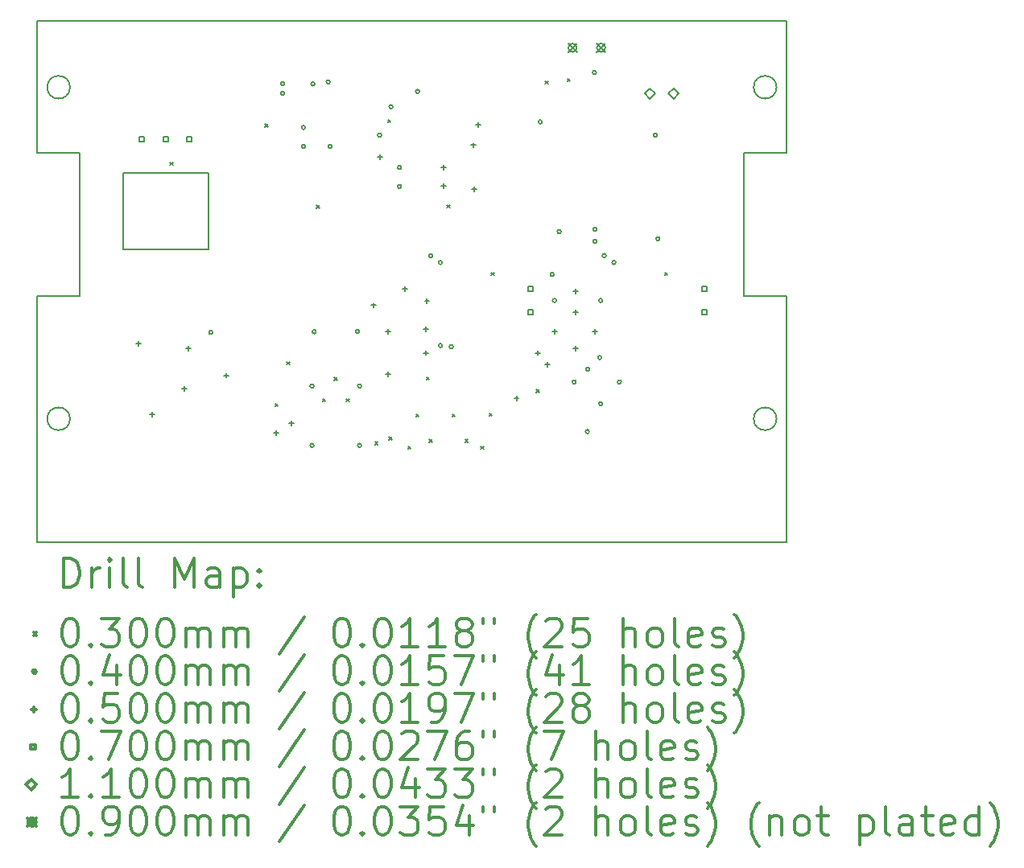
<source format=gbr>
%FSLAX45Y45*%
G04 Gerber Fmt 4.5, Leading zero omitted, Abs format (unit mm)*
G04 Created by KiCad (PCBNEW (5.1.10)-1) date 2022-02-06 01:46:55*
%MOMM*%
%LPD*%
G01*
G04 APERTURE LIST*
%TA.AperFunction,Profile*%
%ADD10C,0.200000*%
%TD*%
%ADD11C,0.200000*%
%ADD12C,0.300000*%
G04 APERTURE END LIST*
D10*
X-2140000Y1140000D02*
X-2140000Y340000D01*
X-3040000Y1140000D02*
X-2140000Y1140000D01*
X-3040000Y340000D02*
X-3040000Y1140000D01*
X-2140000Y340000D02*
X-3040000Y340000D01*
X-3595000Y-1445000D02*
G75*
G03*
X-3595000Y-1445000I-120000J0D01*
G01*
X-3595000Y2045000D02*
G75*
G03*
X-3595000Y2045000I-120000J0D01*
G01*
X3835000Y-1445000D02*
G75*
G03*
X3835000Y-1445000I-120000J0D01*
G01*
X3835000Y2045000D02*
G75*
G03*
X3835000Y2045000I-120000J0D01*
G01*
X3940000Y2740000D02*
X-3940000Y2740000D01*
X3940000Y1350000D02*
X3940000Y2740000D01*
X3490000Y1350000D02*
X3940000Y1350000D01*
X3490000Y-150000D02*
X3490000Y1350000D01*
X3940000Y-150000D02*
X3490000Y-150000D01*
X3940000Y-2740000D02*
X3940000Y-150000D01*
X-3940000Y-2740000D02*
X3940000Y-2740000D01*
X-3940000Y-150000D02*
X-3940000Y-2740000D01*
X-3490000Y-150000D02*
X-3940000Y-150000D01*
X-3490000Y1350000D02*
X-3490000Y-150000D01*
X-3940000Y1350000D02*
X-3490000Y1350000D01*
X-3940000Y2740000D02*
X-3940000Y1350000D01*
D11*
X-2545000Y1255000D02*
X-2515000Y1225000D01*
X-2515000Y1255000D02*
X-2545000Y1225000D01*
X-1545000Y1655000D02*
X-1515000Y1625000D01*
X-1515000Y1655000D02*
X-1545000Y1625000D01*
X-1440000Y-1285000D02*
X-1410000Y-1315000D01*
X-1410000Y-1285000D02*
X-1440000Y-1315000D01*
X-1315000Y-845000D02*
X-1285000Y-875000D01*
X-1285000Y-845000D02*
X-1315000Y-875000D01*
X-1000000Y800000D02*
X-970000Y770000D01*
X-970000Y800000D02*
X-1000000Y770000D01*
X-940000Y-1235000D02*
X-910000Y-1265000D01*
X-910000Y-1235000D02*
X-940000Y-1265000D01*
X-815000Y-1010000D02*
X-785000Y-1040000D01*
X-785000Y-1010000D02*
X-815000Y-1040000D01*
X-690000Y-1235000D02*
X-660000Y-1265000D01*
X-660000Y-1235000D02*
X-690000Y-1265000D01*
X-390000Y-1685000D02*
X-360000Y-1715000D01*
X-360000Y-1685000D02*
X-390000Y-1715000D01*
X-252500Y1705000D02*
X-222500Y1675000D01*
X-222500Y1705000D02*
X-252500Y1675000D01*
X-240000Y-1635000D02*
X-210000Y-1665000D01*
X-210000Y-1635000D02*
X-240000Y-1665000D01*
X-40000Y-1735000D02*
X-10000Y-1765000D01*
X-10000Y-1735000D02*
X-40000Y-1765000D01*
X45000Y-1395000D02*
X75000Y-1425000D01*
X75000Y-1395000D02*
X45000Y-1425000D01*
X155001Y-1004999D02*
X185001Y-1034999D01*
X185001Y-1004999D02*
X155001Y-1034999D01*
X185000Y-1660000D02*
X215000Y-1690000D01*
X215000Y-1660000D02*
X185000Y-1690000D01*
X367500Y805000D02*
X397500Y775000D01*
X397500Y805000D02*
X367500Y775000D01*
X425000Y-1395000D02*
X455000Y-1425000D01*
X455000Y-1395000D02*
X425000Y-1425000D01*
X560000Y-1660000D02*
X590000Y-1690000D01*
X590000Y-1660000D02*
X560000Y-1690000D01*
X725000Y-1735000D02*
X755000Y-1765000D01*
X755000Y-1735000D02*
X725000Y-1765000D01*
X815000Y-1385000D02*
X845000Y-1415000D01*
X845000Y-1385000D02*
X815000Y-1415000D01*
X835000Y95000D02*
X865000Y65000D01*
X865000Y95000D02*
X835000Y65000D01*
X1310000Y-1135000D02*
X1340000Y-1165000D01*
X1340000Y-1135000D02*
X1310000Y-1165000D01*
X1402000Y2109000D02*
X1432000Y2079000D01*
X1432000Y2109000D02*
X1402000Y2079000D01*
X1635000Y2135000D02*
X1665000Y2105000D01*
X1665000Y2135000D02*
X1635000Y2105000D01*
X2660000Y95000D02*
X2690000Y65000D01*
X2690000Y95000D02*
X2660000Y65000D01*
X-2095000Y-535000D02*
G75*
G03*
X-2095000Y-535000I-20000J0D01*
G01*
X-1340000Y2080000D02*
G75*
G03*
X-1340000Y2080000I-20000J0D01*
G01*
X-1340000Y1980000D02*
G75*
G03*
X-1340000Y1980000I-20000J0D01*
G01*
X-1120000Y1620000D02*
G75*
G03*
X-1120000Y1620000I-20000J0D01*
G01*
X-1120000Y1420000D02*
G75*
G03*
X-1120000Y1420000I-20000J0D01*
G01*
X-1030000Y-1100000D02*
G75*
G03*
X-1030000Y-1100000I-20000J0D01*
G01*
X-1030000Y-1725000D02*
G75*
G03*
X-1030000Y-1725000I-20000J0D01*
G01*
X-1020000Y2080000D02*
G75*
G03*
X-1020000Y2080000I-20000J0D01*
G01*
X-1007500Y-527500D02*
G75*
G03*
X-1007500Y-527500I-20000J0D01*
G01*
X-860000Y2100000D02*
G75*
G03*
X-860000Y2100000I-20000J0D01*
G01*
X-840000Y1420000D02*
G75*
G03*
X-840000Y1420000I-20000J0D01*
G01*
X-552500Y-527500D02*
G75*
G03*
X-552500Y-527500I-20000J0D01*
G01*
X-530000Y-1100000D02*
G75*
G03*
X-530000Y-1100000I-20000J0D01*
G01*
X-530000Y-1725000D02*
G75*
G03*
X-530000Y-1725000I-20000J0D01*
G01*
X-320000Y1540000D02*
G75*
G03*
X-320000Y1540000I-20000J0D01*
G01*
X-200000Y1840000D02*
G75*
G03*
X-200000Y1840000I-20000J0D01*
G01*
X-110000Y1200000D02*
G75*
G03*
X-110000Y1200000I-20000J0D01*
G01*
X-110000Y1000000D02*
G75*
G03*
X-110000Y1000000I-20000J0D01*
G01*
X80000Y2000000D02*
G75*
G03*
X80000Y2000000I-20000J0D01*
G01*
X217500Y272500D02*
G75*
G03*
X217500Y272500I-20000J0D01*
G01*
X320000Y200000D02*
G75*
G03*
X320000Y200000I-20000J0D01*
G01*
X320000Y-675000D02*
G75*
G03*
X320000Y-675000I-20000J0D01*
G01*
X434511Y-686980D02*
G75*
G03*
X434511Y-686980I-20000J0D01*
G01*
X1370000Y1680000D02*
G75*
G03*
X1370000Y1680000I-20000J0D01*
G01*
X1495000Y75000D02*
G75*
G03*
X1495000Y75000I-20000J0D01*
G01*
X1520000Y-200000D02*
G75*
G03*
X1520000Y-200000I-20000J0D01*
G01*
X1570000Y525000D02*
G75*
G03*
X1570000Y525000I-20000J0D01*
G01*
X1727500Y-1057500D02*
G75*
G03*
X1727500Y-1057500I-20000J0D01*
G01*
X1865500Y-1579500D02*
G75*
G03*
X1865500Y-1579500I-20000J0D01*
G01*
X1870000Y-925000D02*
G75*
G03*
X1870000Y-925000I-20000J0D01*
G01*
X1940000Y2200000D02*
G75*
G03*
X1940000Y2200000I-20000J0D01*
G01*
X1945000Y550000D02*
G75*
G03*
X1945000Y550000I-20000J0D01*
G01*
X1945000Y425000D02*
G75*
G03*
X1945000Y425000I-20000J0D01*
G01*
X1995000Y-800000D02*
G75*
G03*
X1995000Y-800000I-20000J0D01*
G01*
X2005000Y-200000D02*
G75*
G03*
X2005000Y-200000I-20000J0D01*
G01*
X2005000Y-1285000D02*
G75*
G03*
X2005000Y-1285000I-20000J0D01*
G01*
X2042500Y272500D02*
G75*
G03*
X2042500Y272500I-20000J0D01*
G01*
X2145000Y200000D02*
G75*
G03*
X2145000Y200000I-20000J0D01*
G01*
X2202500Y-1057500D02*
G75*
G03*
X2202500Y-1057500I-20000J0D01*
G01*
X2580000Y1540000D02*
G75*
G03*
X2580000Y1540000I-20000J0D01*
G01*
X2608000Y450000D02*
G75*
G03*
X2608000Y450000I-20000J0D01*
G01*
X-2875000Y-625000D02*
X-2875000Y-675000D01*
X-2900000Y-650000D02*
X-2850000Y-650000D01*
X-2730000Y-1375000D02*
X-2730000Y-1425000D01*
X-2755000Y-1400000D02*
X-2705000Y-1400000D01*
X-2390000Y-1105000D02*
X-2390000Y-1155000D01*
X-2415000Y-1130000D02*
X-2365000Y-1130000D01*
X-2350000Y-675000D02*
X-2350000Y-725000D01*
X-2375000Y-700000D02*
X-2325000Y-700000D01*
X-1954000Y-962000D02*
X-1954000Y-1012000D01*
X-1979000Y-987000D02*
X-1929000Y-987000D01*
X-1430000Y-1565000D02*
X-1430000Y-1615000D01*
X-1455000Y-1590000D02*
X-1405000Y-1590000D01*
X-1270000Y-1467500D02*
X-1270000Y-1517500D01*
X-1295000Y-1492500D02*
X-1245000Y-1492500D01*
X-400000Y-225000D02*
X-400000Y-275000D01*
X-425000Y-250000D02*
X-375000Y-250000D01*
X-335001Y1339999D02*
X-335001Y1289999D01*
X-360001Y1314999D02*
X-310001Y1314999D01*
X-250000Y-500000D02*
X-250000Y-550000D01*
X-275000Y-525000D02*
X-225000Y-525000D01*
X-250000Y-950000D02*
X-250000Y-1000000D01*
X-275000Y-975000D02*
X-225000Y-975000D01*
X-75000Y-50000D02*
X-75000Y-100000D01*
X-100000Y-75000D02*
X-50000Y-75000D01*
X150000Y-475000D02*
X150000Y-525000D01*
X125000Y-500000D02*
X175000Y-500000D01*
X150000Y-725000D02*
X150000Y-775000D01*
X125000Y-750000D02*
X175000Y-750000D01*
X160000Y-175000D02*
X160000Y-225000D01*
X135000Y-200000D02*
X185000Y-200000D01*
X330000Y1225000D02*
X330000Y1175000D01*
X305000Y1200000D02*
X355000Y1200000D01*
X330000Y1035000D02*
X330000Y985000D01*
X305000Y1010000D02*
X355000Y1010000D01*
X650000Y1460000D02*
X650000Y1410000D01*
X625000Y1435000D02*
X675000Y1435000D01*
X655000Y997500D02*
X655000Y947500D01*
X630000Y972500D02*
X680000Y972500D01*
X700000Y1675002D02*
X700000Y1625002D01*
X675000Y1650002D02*
X725000Y1650002D01*
X1100000Y-1200000D02*
X1100000Y-1250000D01*
X1075000Y-1225000D02*
X1125000Y-1225000D01*
X1325000Y-725000D02*
X1325000Y-775000D01*
X1300000Y-750000D02*
X1350000Y-750000D01*
X1425000Y-850000D02*
X1425000Y-900000D01*
X1400000Y-875000D02*
X1450000Y-875000D01*
X1500000Y-500000D02*
X1500000Y-550000D01*
X1475000Y-525000D02*
X1525000Y-525000D01*
X1725000Y-75000D02*
X1725000Y-125000D01*
X1700000Y-100000D02*
X1750000Y-100000D01*
X1725000Y-300000D02*
X1725000Y-350000D01*
X1700000Y-325000D02*
X1750000Y-325000D01*
X1725000Y-675000D02*
X1725000Y-725000D01*
X1700000Y-700000D02*
X1750000Y-700000D01*
X1925000Y-500000D02*
X1925000Y-550000D01*
X1900000Y-525000D02*
X1950000Y-525000D01*
X-2815251Y1475251D02*
X-2815251Y1524749D01*
X-2864749Y1524749D01*
X-2864749Y1475251D01*
X-2815251Y1475251D01*
X-2565251Y1475251D02*
X-2565251Y1524749D01*
X-2614749Y1524749D01*
X-2614749Y1475251D01*
X-2565251Y1475251D01*
X-2315251Y1475251D02*
X-2315251Y1524749D01*
X-2364749Y1524749D01*
X-2364749Y1475251D01*
X-2315251Y1475251D01*
X1274749Y-99749D02*
X1274749Y-50251D01*
X1225251Y-50251D01*
X1225251Y-99749D01*
X1274749Y-99749D01*
X1274749Y-349749D02*
X1274749Y-300251D01*
X1225251Y-300251D01*
X1225251Y-349749D01*
X1274749Y-349749D01*
X3099749Y-99749D02*
X3099749Y-50251D01*
X3050251Y-50251D01*
X3050251Y-99749D01*
X3099749Y-99749D01*
X3099749Y-349749D02*
X3099749Y-300251D01*
X3050251Y-300251D01*
X3050251Y-349749D01*
X3099749Y-349749D01*
X2505000Y1925000D02*
X2560000Y1980000D01*
X2505000Y2035000D01*
X2450000Y1980000D01*
X2505000Y1925000D01*
X2755000Y1925000D02*
X2810000Y1980000D01*
X2755000Y2035000D01*
X2700000Y1980000D01*
X2755000Y1925000D01*
X1645000Y2505000D02*
X1735000Y2415000D01*
X1735000Y2505000D02*
X1645000Y2415000D01*
X1735000Y2460000D02*
G75*
G03*
X1735000Y2460000I-45000J0D01*
G01*
X1945000Y2505000D02*
X2035000Y2415000D01*
X2035000Y2505000D02*
X1945000Y2415000D01*
X2035000Y2460000D02*
G75*
G03*
X2035000Y2460000I-45000J0D01*
G01*
D12*
X-3663571Y-3215714D02*
X-3663571Y-2915714D01*
X-3592143Y-2915714D01*
X-3549286Y-2930000D01*
X-3520714Y-2958571D01*
X-3506429Y-2987143D01*
X-3492143Y-3044286D01*
X-3492143Y-3087143D01*
X-3506429Y-3144286D01*
X-3520714Y-3172857D01*
X-3549286Y-3201429D01*
X-3592143Y-3215714D01*
X-3663571Y-3215714D01*
X-3363571Y-3215714D02*
X-3363571Y-3015714D01*
X-3363571Y-3072857D02*
X-3349286Y-3044286D01*
X-3335000Y-3030000D01*
X-3306429Y-3015714D01*
X-3277857Y-3015714D01*
X-3177857Y-3215714D02*
X-3177857Y-3015714D01*
X-3177857Y-2915714D02*
X-3192143Y-2930000D01*
X-3177857Y-2944286D01*
X-3163571Y-2930000D01*
X-3177857Y-2915714D01*
X-3177857Y-2944286D01*
X-2992143Y-3215714D02*
X-3020714Y-3201429D01*
X-3035000Y-3172857D01*
X-3035000Y-2915714D01*
X-2835000Y-3215714D02*
X-2863571Y-3201429D01*
X-2877857Y-3172857D01*
X-2877857Y-2915714D01*
X-2492143Y-3215714D02*
X-2492143Y-2915714D01*
X-2392143Y-3130000D01*
X-2292143Y-2915714D01*
X-2292143Y-3215714D01*
X-2020714Y-3215714D02*
X-2020714Y-3058571D01*
X-2035000Y-3030000D01*
X-2063571Y-3015714D01*
X-2120714Y-3015714D01*
X-2149286Y-3030000D01*
X-2020714Y-3201429D02*
X-2049286Y-3215714D01*
X-2120714Y-3215714D01*
X-2149286Y-3201429D01*
X-2163572Y-3172857D01*
X-2163572Y-3144286D01*
X-2149286Y-3115714D01*
X-2120714Y-3101429D01*
X-2049286Y-3101429D01*
X-2020714Y-3087143D01*
X-1877857Y-3015714D02*
X-1877857Y-3315714D01*
X-1877857Y-3030000D02*
X-1849286Y-3015714D01*
X-1792143Y-3015714D01*
X-1763571Y-3030000D01*
X-1749286Y-3044286D01*
X-1735000Y-3072857D01*
X-1735000Y-3158571D01*
X-1749286Y-3187143D01*
X-1763571Y-3201429D01*
X-1792143Y-3215714D01*
X-1849286Y-3215714D01*
X-1877857Y-3201429D01*
X-1606429Y-3187143D02*
X-1592143Y-3201429D01*
X-1606429Y-3215714D01*
X-1620714Y-3201429D01*
X-1606429Y-3187143D01*
X-1606429Y-3215714D01*
X-1606429Y-3030000D02*
X-1592143Y-3044286D01*
X-1606429Y-3058571D01*
X-1620714Y-3044286D01*
X-1606429Y-3030000D01*
X-1606429Y-3058571D01*
X-3980000Y-3695000D02*
X-3950000Y-3725000D01*
X-3950000Y-3695000D02*
X-3980000Y-3725000D01*
X-3606429Y-3545714D02*
X-3577857Y-3545714D01*
X-3549286Y-3560000D01*
X-3535000Y-3574286D01*
X-3520714Y-3602857D01*
X-3506429Y-3660000D01*
X-3506429Y-3731429D01*
X-3520714Y-3788571D01*
X-3535000Y-3817143D01*
X-3549286Y-3831429D01*
X-3577857Y-3845714D01*
X-3606429Y-3845714D01*
X-3635000Y-3831429D01*
X-3649286Y-3817143D01*
X-3663571Y-3788571D01*
X-3677857Y-3731429D01*
X-3677857Y-3660000D01*
X-3663571Y-3602857D01*
X-3649286Y-3574286D01*
X-3635000Y-3560000D01*
X-3606429Y-3545714D01*
X-3377857Y-3817143D02*
X-3363571Y-3831429D01*
X-3377857Y-3845714D01*
X-3392143Y-3831429D01*
X-3377857Y-3817143D01*
X-3377857Y-3845714D01*
X-3263571Y-3545714D02*
X-3077857Y-3545714D01*
X-3177857Y-3660000D01*
X-3135000Y-3660000D01*
X-3106429Y-3674286D01*
X-3092143Y-3688571D01*
X-3077857Y-3717143D01*
X-3077857Y-3788571D01*
X-3092143Y-3817143D01*
X-3106429Y-3831429D01*
X-3135000Y-3845714D01*
X-3220714Y-3845714D01*
X-3249286Y-3831429D01*
X-3263571Y-3817143D01*
X-2892143Y-3545714D02*
X-2863571Y-3545714D01*
X-2835000Y-3560000D01*
X-2820714Y-3574286D01*
X-2806429Y-3602857D01*
X-2792143Y-3660000D01*
X-2792143Y-3731429D01*
X-2806429Y-3788571D01*
X-2820714Y-3817143D01*
X-2835000Y-3831429D01*
X-2863571Y-3845714D01*
X-2892143Y-3845714D01*
X-2920714Y-3831429D01*
X-2935000Y-3817143D01*
X-2949286Y-3788571D01*
X-2963571Y-3731429D01*
X-2963571Y-3660000D01*
X-2949286Y-3602857D01*
X-2935000Y-3574286D01*
X-2920714Y-3560000D01*
X-2892143Y-3545714D01*
X-2606429Y-3545714D02*
X-2577857Y-3545714D01*
X-2549286Y-3560000D01*
X-2535000Y-3574286D01*
X-2520714Y-3602857D01*
X-2506429Y-3660000D01*
X-2506429Y-3731429D01*
X-2520714Y-3788571D01*
X-2535000Y-3817143D01*
X-2549286Y-3831429D01*
X-2577857Y-3845714D01*
X-2606429Y-3845714D01*
X-2635000Y-3831429D01*
X-2649286Y-3817143D01*
X-2663572Y-3788571D01*
X-2677857Y-3731429D01*
X-2677857Y-3660000D01*
X-2663572Y-3602857D01*
X-2649286Y-3574286D01*
X-2635000Y-3560000D01*
X-2606429Y-3545714D01*
X-2377857Y-3845714D02*
X-2377857Y-3645714D01*
X-2377857Y-3674286D02*
X-2363572Y-3660000D01*
X-2335000Y-3645714D01*
X-2292143Y-3645714D01*
X-2263572Y-3660000D01*
X-2249286Y-3688571D01*
X-2249286Y-3845714D01*
X-2249286Y-3688571D02*
X-2235000Y-3660000D01*
X-2206429Y-3645714D01*
X-2163572Y-3645714D01*
X-2135000Y-3660000D01*
X-2120714Y-3688571D01*
X-2120714Y-3845714D01*
X-1977857Y-3845714D02*
X-1977857Y-3645714D01*
X-1977857Y-3674286D02*
X-1963571Y-3660000D01*
X-1935000Y-3645714D01*
X-1892143Y-3645714D01*
X-1863571Y-3660000D01*
X-1849286Y-3688571D01*
X-1849286Y-3845714D01*
X-1849286Y-3688571D02*
X-1835000Y-3660000D01*
X-1806429Y-3645714D01*
X-1763571Y-3645714D01*
X-1735000Y-3660000D01*
X-1720714Y-3688571D01*
X-1720714Y-3845714D01*
X-1135000Y-3531429D02*
X-1392143Y-3917143D01*
X-749286Y-3545714D02*
X-720714Y-3545714D01*
X-692143Y-3560000D01*
X-677857Y-3574286D01*
X-663572Y-3602857D01*
X-649286Y-3660000D01*
X-649286Y-3731429D01*
X-663572Y-3788571D01*
X-677857Y-3817143D01*
X-692143Y-3831429D01*
X-720714Y-3845714D01*
X-749286Y-3845714D01*
X-777857Y-3831429D01*
X-792143Y-3817143D01*
X-806429Y-3788571D01*
X-820714Y-3731429D01*
X-820714Y-3660000D01*
X-806429Y-3602857D01*
X-792143Y-3574286D01*
X-777857Y-3560000D01*
X-749286Y-3545714D01*
X-520714Y-3817143D02*
X-506429Y-3831429D01*
X-520714Y-3845714D01*
X-535000Y-3831429D01*
X-520714Y-3817143D01*
X-520714Y-3845714D01*
X-320714Y-3545714D02*
X-292143Y-3545714D01*
X-263572Y-3560000D01*
X-249286Y-3574286D01*
X-235000Y-3602857D01*
X-220714Y-3660000D01*
X-220714Y-3731429D01*
X-235000Y-3788571D01*
X-249286Y-3817143D01*
X-263572Y-3831429D01*
X-292143Y-3845714D01*
X-320714Y-3845714D01*
X-349286Y-3831429D01*
X-363571Y-3817143D01*
X-377857Y-3788571D01*
X-392143Y-3731429D01*
X-392143Y-3660000D01*
X-377857Y-3602857D01*
X-363571Y-3574286D01*
X-349286Y-3560000D01*
X-320714Y-3545714D01*
X65000Y-3845714D02*
X-106429Y-3845714D01*
X-20714Y-3845714D02*
X-20714Y-3545714D01*
X-49286Y-3588571D01*
X-77857Y-3617143D01*
X-106429Y-3631429D01*
X350714Y-3845714D02*
X179286Y-3845714D01*
X265000Y-3845714D02*
X265000Y-3545714D01*
X236428Y-3588571D01*
X207857Y-3617143D01*
X179286Y-3631429D01*
X522143Y-3674286D02*
X493571Y-3660000D01*
X479286Y-3645714D01*
X465000Y-3617143D01*
X465000Y-3602857D01*
X479286Y-3574286D01*
X493571Y-3560000D01*
X522143Y-3545714D01*
X579286Y-3545714D01*
X607857Y-3560000D01*
X622143Y-3574286D01*
X636428Y-3602857D01*
X636428Y-3617143D01*
X622143Y-3645714D01*
X607857Y-3660000D01*
X579286Y-3674286D01*
X522143Y-3674286D01*
X493571Y-3688571D01*
X479286Y-3702857D01*
X465000Y-3731429D01*
X465000Y-3788571D01*
X479286Y-3817143D01*
X493571Y-3831429D01*
X522143Y-3845714D01*
X579286Y-3845714D01*
X607857Y-3831429D01*
X622143Y-3817143D01*
X636428Y-3788571D01*
X636428Y-3731429D01*
X622143Y-3702857D01*
X607857Y-3688571D01*
X579286Y-3674286D01*
X750714Y-3545714D02*
X750714Y-3602857D01*
X865000Y-3545714D02*
X865000Y-3602857D01*
X1307857Y-3960000D02*
X1293571Y-3945714D01*
X1265000Y-3902857D01*
X1250714Y-3874286D01*
X1236428Y-3831429D01*
X1222143Y-3760000D01*
X1222143Y-3702857D01*
X1236428Y-3631429D01*
X1250714Y-3588571D01*
X1265000Y-3560000D01*
X1293571Y-3517143D01*
X1307857Y-3502857D01*
X1407857Y-3574286D02*
X1422143Y-3560000D01*
X1450714Y-3545714D01*
X1522143Y-3545714D01*
X1550714Y-3560000D01*
X1565000Y-3574286D01*
X1579286Y-3602857D01*
X1579286Y-3631429D01*
X1565000Y-3674286D01*
X1393571Y-3845714D01*
X1579286Y-3845714D01*
X1850714Y-3545714D02*
X1707857Y-3545714D01*
X1693571Y-3688571D01*
X1707857Y-3674286D01*
X1736428Y-3660000D01*
X1807857Y-3660000D01*
X1836428Y-3674286D01*
X1850714Y-3688571D01*
X1865000Y-3717143D01*
X1865000Y-3788571D01*
X1850714Y-3817143D01*
X1836428Y-3831429D01*
X1807857Y-3845714D01*
X1736428Y-3845714D01*
X1707857Y-3831429D01*
X1693571Y-3817143D01*
X2222143Y-3845714D02*
X2222143Y-3545714D01*
X2350714Y-3845714D02*
X2350714Y-3688571D01*
X2336428Y-3660000D01*
X2307857Y-3645714D01*
X2265000Y-3645714D01*
X2236428Y-3660000D01*
X2222143Y-3674286D01*
X2536428Y-3845714D02*
X2507857Y-3831429D01*
X2493571Y-3817143D01*
X2479286Y-3788571D01*
X2479286Y-3702857D01*
X2493571Y-3674286D01*
X2507857Y-3660000D01*
X2536428Y-3645714D01*
X2579286Y-3645714D01*
X2607857Y-3660000D01*
X2622143Y-3674286D01*
X2636428Y-3702857D01*
X2636428Y-3788571D01*
X2622143Y-3817143D01*
X2607857Y-3831429D01*
X2579286Y-3845714D01*
X2536428Y-3845714D01*
X2807857Y-3845714D02*
X2779286Y-3831429D01*
X2765000Y-3802857D01*
X2765000Y-3545714D01*
X3036428Y-3831429D02*
X3007857Y-3845714D01*
X2950714Y-3845714D01*
X2922143Y-3831429D01*
X2907857Y-3802857D01*
X2907857Y-3688571D01*
X2922143Y-3660000D01*
X2950714Y-3645714D01*
X3007857Y-3645714D01*
X3036428Y-3660000D01*
X3050714Y-3688571D01*
X3050714Y-3717143D01*
X2907857Y-3745714D01*
X3165000Y-3831429D02*
X3193571Y-3845714D01*
X3250714Y-3845714D01*
X3279286Y-3831429D01*
X3293571Y-3802857D01*
X3293571Y-3788571D01*
X3279286Y-3760000D01*
X3250714Y-3745714D01*
X3207857Y-3745714D01*
X3179286Y-3731429D01*
X3165000Y-3702857D01*
X3165000Y-3688571D01*
X3179286Y-3660000D01*
X3207857Y-3645714D01*
X3250714Y-3645714D01*
X3279286Y-3660000D01*
X3393571Y-3960000D02*
X3407857Y-3945714D01*
X3436428Y-3902857D01*
X3450714Y-3874286D01*
X3465000Y-3831429D01*
X3479286Y-3760000D01*
X3479286Y-3702857D01*
X3465000Y-3631429D01*
X3450714Y-3588571D01*
X3436428Y-3560000D01*
X3407857Y-3517143D01*
X3393571Y-3502857D01*
X-3950000Y-4106000D02*
G75*
G03*
X-3950000Y-4106000I-20000J0D01*
G01*
X-3606429Y-3941714D02*
X-3577857Y-3941714D01*
X-3549286Y-3956000D01*
X-3535000Y-3970286D01*
X-3520714Y-3998857D01*
X-3506429Y-4056000D01*
X-3506429Y-4127429D01*
X-3520714Y-4184571D01*
X-3535000Y-4213143D01*
X-3549286Y-4227429D01*
X-3577857Y-4241714D01*
X-3606429Y-4241714D01*
X-3635000Y-4227429D01*
X-3649286Y-4213143D01*
X-3663571Y-4184571D01*
X-3677857Y-4127429D01*
X-3677857Y-4056000D01*
X-3663571Y-3998857D01*
X-3649286Y-3970286D01*
X-3635000Y-3956000D01*
X-3606429Y-3941714D01*
X-3377857Y-4213143D02*
X-3363571Y-4227429D01*
X-3377857Y-4241714D01*
X-3392143Y-4227429D01*
X-3377857Y-4213143D01*
X-3377857Y-4241714D01*
X-3106429Y-4041714D02*
X-3106429Y-4241714D01*
X-3177857Y-3927429D02*
X-3249286Y-4141714D01*
X-3063571Y-4141714D01*
X-2892143Y-3941714D02*
X-2863571Y-3941714D01*
X-2835000Y-3956000D01*
X-2820714Y-3970286D01*
X-2806429Y-3998857D01*
X-2792143Y-4056000D01*
X-2792143Y-4127429D01*
X-2806429Y-4184571D01*
X-2820714Y-4213143D01*
X-2835000Y-4227429D01*
X-2863571Y-4241714D01*
X-2892143Y-4241714D01*
X-2920714Y-4227429D01*
X-2935000Y-4213143D01*
X-2949286Y-4184571D01*
X-2963571Y-4127429D01*
X-2963571Y-4056000D01*
X-2949286Y-3998857D01*
X-2935000Y-3970286D01*
X-2920714Y-3956000D01*
X-2892143Y-3941714D01*
X-2606429Y-3941714D02*
X-2577857Y-3941714D01*
X-2549286Y-3956000D01*
X-2535000Y-3970286D01*
X-2520714Y-3998857D01*
X-2506429Y-4056000D01*
X-2506429Y-4127429D01*
X-2520714Y-4184571D01*
X-2535000Y-4213143D01*
X-2549286Y-4227429D01*
X-2577857Y-4241714D01*
X-2606429Y-4241714D01*
X-2635000Y-4227429D01*
X-2649286Y-4213143D01*
X-2663572Y-4184571D01*
X-2677857Y-4127429D01*
X-2677857Y-4056000D01*
X-2663572Y-3998857D01*
X-2649286Y-3970286D01*
X-2635000Y-3956000D01*
X-2606429Y-3941714D01*
X-2377857Y-4241714D02*
X-2377857Y-4041714D01*
X-2377857Y-4070286D02*
X-2363572Y-4056000D01*
X-2335000Y-4041714D01*
X-2292143Y-4041714D01*
X-2263572Y-4056000D01*
X-2249286Y-4084571D01*
X-2249286Y-4241714D01*
X-2249286Y-4084571D02*
X-2235000Y-4056000D01*
X-2206429Y-4041714D01*
X-2163572Y-4041714D01*
X-2135000Y-4056000D01*
X-2120714Y-4084571D01*
X-2120714Y-4241714D01*
X-1977857Y-4241714D02*
X-1977857Y-4041714D01*
X-1977857Y-4070286D02*
X-1963571Y-4056000D01*
X-1935000Y-4041714D01*
X-1892143Y-4041714D01*
X-1863571Y-4056000D01*
X-1849286Y-4084571D01*
X-1849286Y-4241714D01*
X-1849286Y-4084571D02*
X-1835000Y-4056000D01*
X-1806429Y-4041714D01*
X-1763571Y-4041714D01*
X-1735000Y-4056000D01*
X-1720714Y-4084571D01*
X-1720714Y-4241714D01*
X-1135000Y-3927429D02*
X-1392143Y-4313143D01*
X-749286Y-3941714D02*
X-720714Y-3941714D01*
X-692143Y-3956000D01*
X-677857Y-3970286D01*
X-663572Y-3998857D01*
X-649286Y-4056000D01*
X-649286Y-4127429D01*
X-663572Y-4184571D01*
X-677857Y-4213143D01*
X-692143Y-4227429D01*
X-720714Y-4241714D01*
X-749286Y-4241714D01*
X-777857Y-4227429D01*
X-792143Y-4213143D01*
X-806429Y-4184571D01*
X-820714Y-4127429D01*
X-820714Y-4056000D01*
X-806429Y-3998857D01*
X-792143Y-3970286D01*
X-777857Y-3956000D01*
X-749286Y-3941714D01*
X-520714Y-4213143D02*
X-506429Y-4227429D01*
X-520714Y-4241714D01*
X-535000Y-4227429D01*
X-520714Y-4213143D01*
X-520714Y-4241714D01*
X-320714Y-3941714D02*
X-292143Y-3941714D01*
X-263572Y-3956000D01*
X-249286Y-3970286D01*
X-235000Y-3998857D01*
X-220714Y-4056000D01*
X-220714Y-4127429D01*
X-235000Y-4184571D01*
X-249286Y-4213143D01*
X-263572Y-4227429D01*
X-292143Y-4241714D01*
X-320714Y-4241714D01*
X-349286Y-4227429D01*
X-363571Y-4213143D01*
X-377857Y-4184571D01*
X-392143Y-4127429D01*
X-392143Y-4056000D01*
X-377857Y-3998857D01*
X-363571Y-3970286D01*
X-349286Y-3956000D01*
X-320714Y-3941714D01*
X65000Y-4241714D02*
X-106429Y-4241714D01*
X-20714Y-4241714D02*
X-20714Y-3941714D01*
X-49286Y-3984571D01*
X-77857Y-4013143D01*
X-106429Y-4027429D01*
X336428Y-3941714D02*
X193571Y-3941714D01*
X179286Y-4084571D01*
X193571Y-4070286D01*
X222143Y-4056000D01*
X293571Y-4056000D01*
X322143Y-4070286D01*
X336428Y-4084571D01*
X350714Y-4113143D01*
X350714Y-4184571D01*
X336428Y-4213143D01*
X322143Y-4227429D01*
X293571Y-4241714D01*
X222143Y-4241714D01*
X193571Y-4227429D01*
X179286Y-4213143D01*
X450714Y-3941714D02*
X650714Y-3941714D01*
X522143Y-4241714D01*
X750714Y-3941714D02*
X750714Y-3998857D01*
X865000Y-3941714D02*
X865000Y-3998857D01*
X1307857Y-4356000D02*
X1293571Y-4341714D01*
X1265000Y-4298857D01*
X1250714Y-4270286D01*
X1236428Y-4227429D01*
X1222143Y-4156000D01*
X1222143Y-4098857D01*
X1236428Y-4027429D01*
X1250714Y-3984571D01*
X1265000Y-3956000D01*
X1293571Y-3913143D01*
X1307857Y-3898857D01*
X1550714Y-4041714D02*
X1550714Y-4241714D01*
X1479286Y-3927429D02*
X1407857Y-4141714D01*
X1593571Y-4141714D01*
X1865000Y-4241714D02*
X1693571Y-4241714D01*
X1779286Y-4241714D02*
X1779286Y-3941714D01*
X1750714Y-3984571D01*
X1722143Y-4013143D01*
X1693571Y-4027429D01*
X2222143Y-4241714D02*
X2222143Y-3941714D01*
X2350714Y-4241714D02*
X2350714Y-4084571D01*
X2336428Y-4056000D01*
X2307857Y-4041714D01*
X2265000Y-4041714D01*
X2236428Y-4056000D01*
X2222143Y-4070286D01*
X2536428Y-4241714D02*
X2507857Y-4227429D01*
X2493571Y-4213143D01*
X2479286Y-4184571D01*
X2479286Y-4098857D01*
X2493571Y-4070286D01*
X2507857Y-4056000D01*
X2536428Y-4041714D01*
X2579286Y-4041714D01*
X2607857Y-4056000D01*
X2622143Y-4070286D01*
X2636428Y-4098857D01*
X2636428Y-4184571D01*
X2622143Y-4213143D01*
X2607857Y-4227429D01*
X2579286Y-4241714D01*
X2536428Y-4241714D01*
X2807857Y-4241714D02*
X2779286Y-4227429D01*
X2765000Y-4198857D01*
X2765000Y-3941714D01*
X3036428Y-4227429D02*
X3007857Y-4241714D01*
X2950714Y-4241714D01*
X2922143Y-4227429D01*
X2907857Y-4198857D01*
X2907857Y-4084571D01*
X2922143Y-4056000D01*
X2950714Y-4041714D01*
X3007857Y-4041714D01*
X3036428Y-4056000D01*
X3050714Y-4084571D01*
X3050714Y-4113143D01*
X2907857Y-4141714D01*
X3165000Y-4227429D02*
X3193571Y-4241714D01*
X3250714Y-4241714D01*
X3279286Y-4227429D01*
X3293571Y-4198857D01*
X3293571Y-4184571D01*
X3279286Y-4156000D01*
X3250714Y-4141714D01*
X3207857Y-4141714D01*
X3179286Y-4127429D01*
X3165000Y-4098857D01*
X3165000Y-4084571D01*
X3179286Y-4056000D01*
X3207857Y-4041714D01*
X3250714Y-4041714D01*
X3279286Y-4056000D01*
X3393571Y-4356000D02*
X3407857Y-4341714D01*
X3436428Y-4298857D01*
X3450714Y-4270286D01*
X3465000Y-4227429D01*
X3479286Y-4156000D01*
X3479286Y-4098857D01*
X3465000Y-4027429D01*
X3450714Y-3984571D01*
X3436428Y-3956000D01*
X3407857Y-3913143D01*
X3393571Y-3898857D01*
X-3975000Y-4477000D02*
X-3975000Y-4527000D01*
X-4000000Y-4502000D02*
X-3950000Y-4502000D01*
X-3606429Y-4337714D02*
X-3577857Y-4337714D01*
X-3549286Y-4352000D01*
X-3535000Y-4366286D01*
X-3520714Y-4394857D01*
X-3506429Y-4452000D01*
X-3506429Y-4523429D01*
X-3520714Y-4580572D01*
X-3535000Y-4609143D01*
X-3549286Y-4623429D01*
X-3577857Y-4637714D01*
X-3606429Y-4637714D01*
X-3635000Y-4623429D01*
X-3649286Y-4609143D01*
X-3663571Y-4580572D01*
X-3677857Y-4523429D01*
X-3677857Y-4452000D01*
X-3663571Y-4394857D01*
X-3649286Y-4366286D01*
X-3635000Y-4352000D01*
X-3606429Y-4337714D01*
X-3377857Y-4609143D02*
X-3363571Y-4623429D01*
X-3377857Y-4637714D01*
X-3392143Y-4623429D01*
X-3377857Y-4609143D01*
X-3377857Y-4637714D01*
X-3092143Y-4337714D02*
X-3235000Y-4337714D01*
X-3249286Y-4480572D01*
X-3235000Y-4466286D01*
X-3206429Y-4452000D01*
X-3135000Y-4452000D01*
X-3106429Y-4466286D01*
X-3092143Y-4480572D01*
X-3077857Y-4509143D01*
X-3077857Y-4580572D01*
X-3092143Y-4609143D01*
X-3106429Y-4623429D01*
X-3135000Y-4637714D01*
X-3206429Y-4637714D01*
X-3235000Y-4623429D01*
X-3249286Y-4609143D01*
X-2892143Y-4337714D02*
X-2863571Y-4337714D01*
X-2835000Y-4352000D01*
X-2820714Y-4366286D01*
X-2806429Y-4394857D01*
X-2792143Y-4452000D01*
X-2792143Y-4523429D01*
X-2806429Y-4580572D01*
X-2820714Y-4609143D01*
X-2835000Y-4623429D01*
X-2863571Y-4637714D01*
X-2892143Y-4637714D01*
X-2920714Y-4623429D01*
X-2935000Y-4609143D01*
X-2949286Y-4580572D01*
X-2963571Y-4523429D01*
X-2963571Y-4452000D01*
X-2949286Y-4394857D01*
X-2935000Y-4366286D01*
X-2920714Y-4352000D01*
X-2892143Y-4337714D01*
X-2606429Y-4337714D02*
X-2577857Y-4337714D01*
X-2549286Y-4352000D01*
X-2535000Y-4366286D01*
X-2520714Y-4394857D01*
X-2506429Y-4452000D01*
X-2506429Y-4523429D01*
X-2520714Y-4580572D01*
X-2535000Y-4609143D01*
X-2549286Y-4623429D01*
X-2577857Y-4637714D01*
X-2606429Y-4637714D01*
X-2635000Y-4623429D01*
X-2649286Y-4609143D01*
X-2663572Y-4580572D01*
X-2677857Y-4523429D01*
X-2677857Y-4452000D01*
X-2663572Y-4394857D01*
X-2649286Y-4366286D01*
X-2635000Y-4352000D01*
X-2606429Y-4337714D01*
X-2377857Y-4637714D02*
X-2377857Y-4437714D01*
X-2377857Y-4466286D02*
X-2363572Y-4452000D01*
X-2335000Y-4437714D01*
X-2292143Y-4437714D01*
X-2263572Y-4452000D01*
X-2249286Y-4480572D01*
X-2249286Y-4637714D01*
X-2249286Y-4480572D02*
X-2235000Y-4452000D01*
X-2206429Y-4437714D01*
X-2163572Y-4437714D01*
X-2135000Y-4452000D01*
X-2120714Y-4480572D01*
X-2120714Y-4637714D01*
X-1977857Y-4637714D02*
X-1977857Y-4437714D01*
X-1977857Y-4466286D02*
X-1963571Y-4452000D01*
X-1935000Y-4437714D01*
X-1892143Y-4437714D01*
X-1863571Y-4452000D01*
X-1849286Y-4480572D01*
X-1849286Y-4637714D01*
X-1849286Y-4480572D02*
X-1835000Y-4452000D01*
X-1806429Y-4437714D01*
X-1763571Y-4437714D01*
X-1735000Y-4452000D01*
X-1720714Y-4480572D01*
X-1720714Y-4637714D01*
X-1135000Y-4323429D02*
X-1392143Y-4709143D01*
X-749286Y-4337714D02*
X-720714Y-4337714D01*
X-692143Y-4352000D01*
X-677857Y-4366286D01*
X-663572Y-4394857D01*
X-649286Y-4452000D01*
X-649286Y-4523429D01*
X-663572Y-4580572D01*
X-677857Y-4609143D01*
X-692143Y-4623429D01*
X-720714Y-4637714D01*
X-749286Y-4637714D01*
X-777857Y-4623429D01*
X-792143Y-4609143D01*
X-806429Y-4580572D01*
X-820714Y-4523429D01*
X-820714Y-4452000D01*
X-806429Y-4394857D01*
X-792143Y-4366286D01*
X-777857Y-4352000D01*
X-749286Y-4337714D01*
X-520714Y-4609143D02*
X-506429Y-4623429D01*
X-520714Y-4637714D01*
X-535000Y-4623429D01*
X-520714Y-4609143D01*
X-520714Y-4637714D01*
X-320714Y-4337714D02*
X-292143Y-4337714D01*
X-263572Y-4352000D01*
X-249286Y-4366286D01*
X-235000Y-4394857D01*
X-220714Y-4452000D01*
X-220714Y-4523429D01*
X-235000Y-4580572D01*
X-249286Y-4609143D01*
X-263572Y-4623429D01*
X-292143Y-4637714D01*
X-320714Y-4637714D01*
X-349286Y-4623429D01*
X-363571Y-4609143D01*
X-377857Y-4580572D01*
X-392143Y-4523429D01*
X-392143Y-4452000D01*
X-377857Y-4394857D01*
X-363571Y-4366286D01*
X-349286Y-4352000D01*
X-320714Y-4337714D01*
X65000Y-4637714D02*
X-106429Y-4637714D01*
X-20714Y-4637714D02*
X-20714Y-4337714D01*
X-49286Y-4380572D01*
X-77857Y-4409143D01*
X-106429Y-4423429D01*
X207857Y-4637714D02*
X265000Y-4637714D01*
X293571Y-4623429D01*
X307857Y-4609143D01*
X336428Y-4566286D01*
X350714Y-4509143D01*
X350714Y-4394857D01*
X336428Y-4366286D01*
X322143Y-4352000D01*
X293571Y-4337714D01*
X236428Y-4337714D01*
X207857Y-4352000D01*
X193571Y-4366286D01*
X179286Y-4394857D01*
X179286Y-4466286D01*
X193571Y-4494857D01*
X207857Y-4509143D01*
X236428Y-4523429D01*
X293571Y-4523429D01*
X322143Y-4509143D01*
X336428Y-4494857D01*
X350714Y-4466286D01*
X450714Y-4337714D02*
X650714Y-4337714D01*
X522143Y-4637714D01*
X750714Y-4337714D02*
X750714Y-4394857D01*
X865000Y-4337714D02*
X865000Y-4394857D01*
X1307857Y-4752000D02*
X1293571Y-4737714D01*
X1265000Y-4694857D01*
X1250714Y-4666286D01*
X1236428Y-4623429D01*
X1222143Y-4552000D01*
X1222143Y-4494857D01*
X1236428Y-4423429D01*
X1250714Y-4380572D01*
X1265000Y-4352000D01*
X1293571Y-4309143D01*
X1307857Y-4294857D01*
X1407857Y-4366286D02*
X1422143Y-4352000D01*
X1450714Y-4337714D01*
X1522143Y-4337714D01*
X1550714Y-4352000D01*
X1565000Y-4366286D01*
X1579286Y-4394857D01*
X1579286Y-4423429D01*
X1565000Y-4466286D01*
X1393571Y-4637714D01*
X1579286Y-4637714D01*
X1750714Y-4466286D02*
X1722143Y-4452000D01*
X1707857Y-4437714D01*
X1693571Y-4409143D01*
X1693571Y-4394857D01*
X1707857Y-4366286D01*
X1722143Y-4352000D01*
X1750714Y-4337714D01*
X1807857Y-4337714D01*
X1836428Y-4352000D01*
X1850714Y-4366286D01*
X1865000Y-4394857D01*
X1865000Y-4409143D01*
X1850714Y-4437714D01*
X1836428Y-4452000D01*
X1807857Y-4466286D01*
X1750714Y-4466286D01*
X1722143Y-4480572D01*
X1707857Y-4494857D01*
X1693571Y-4523429D01*
X1693571Y-4580572D01*
X1707857Y-4609143D01*
X1722143Y-4623429D01*
X1750714Y-4637714D01*
X1807857Y-4637714D01*
X1836428Y-4623429D01*
X1850714Y-4609143D01*
X1865000Y-4580572D01*
X1865000Y-4523429D01*
X1850714Y-4494857D01*
X1836428Y-4480572D01*
X1807857Y-4466286D01*
X2222143Y-4637714D02*
X2222143Y-4337714D01*
X2350714Y-4637714D02*
X2350714Y-4480572D01*
X2336428Y-4452000D01*
X2307857Y-4437714D01*
X2265000Y-4437714D01*
X2236428Y-4452000D01*
X2222143Y-4466286D01*
X2536428Y-4637714D02*
X2507857Y-4623429D01*
X2493571Y-4609143D01*
X2479286Y-4580572D01*
X2479286Y-4494857D01*
X2493571Y-4466286D01*
X2507857Y-4452000D01*
X2536428Y-4437714D01*
X2579286Y-4437714D01*
X2607857Y-4452000D01*
X2622143Y-4466286D01*
X2636428Y-4494857D01*
X2636428Y-4580572D01*
X2622143Y-4609143D01*
X2607857Y-4623429D01*
X2579286Y-4637714D01*
X2536428Y-4637714D01*
X2807857Y-4637714D02*
X2779286Y-4623429D01*
X2765000Y-4594857D01*
X2765000Y-4337714D01*
X3036428Y-4623429D02*
X3007857Y-4637714D01*
X2950714Y-4637714D01*
X2922143Y-4623429D01*
X2907857Y-4594857D01*
X2907857Y-4480572D01*
X2922143Y-4452000D01*
X2950714Y-4437714D01*
X3007857Y-4437714D01*
X3036428Y-4452000D01*
X3050714Y-4480572D01*
X3050714Y-4509143D01*
X2907857Y-4537714D01*
X3165000Y-4623429D02*
X3193571Y-4637714D01*
X3250714Y-4637714D01*
X3279286Y-4623429D01*
X3293571Y-4594857D01*
X3293571Y-4580572D01*
X3279286Y-4552000D01*
X3250714Y-4537714D01*
X3207857Y-4537714D01*
X3179286Y-4523429D01*
X3165000Y-4494857D01*
X3165000Y-4480572D01*
X3179286Y-4452000D01*
X3207857Y-4437714D01*
X3250714Y-4437714D01*
X3279286Y-4452000D01*
X3393571Y-4752000D02*
X3407857Y-4737714D01*
X3436428Y-4694857D01*
X3450714Y-4666286D01*
X3465000Y-4623429D01*
X3479286Y-4552000D01*
X3479286Y-4494857D01*
X3465000Y-4423429D01*
X3450714Y-4380572D01*
X3436428Y-4352000D01*
X3407857Y-4309143D01*
X3393571Y-4294857D01*
X-3960251Y-4922749D02*
X-3960251Y-4873251D01*
X-4009749Y-4873251D01*
X-4009749Y-4922749D01*
X-3960251Y-4922749D01*
X-3606429Y-4733714D02*
X-3577857Y-4733714D01*
X-3549286Y-4748000D01*
X-3535000Y-4762286D01*
X-3520714Y-4790857D01*
X-3506429Y-4848000D01*
X-3506429Y-4919429D01*
X-3520714Y-4976572D01*
X-3535000Y-5005143D01*
X-3549286Y-5019429D01*
X-3577857Y-5033714D01*
X-3606429Y-5033714D01*
X-3635000Y-5019429D01*
X-3649286Y-5005143D01*
X-3663571Y-4976572D01*
X-3677857Y-4919429D01*
X-3677857Y-4848000D01*
X-3663571Y-4790857D01*
X-3649286Y-4762286D01*
X-3635000Y-4748000D01*
X-3606429Y-4733714D01*
X-3377857Y-5005143D02*
X-3363571Y-5019429D01*
X-3377857Y-5033714D01*
X-3392143Y-5019429D01*
X-3377857Y-5005143D01*
X-3377857Y-5033714D01*
X-3263571Y-4733714D02*
X-3063571Y-4733714D01*
X-3192143Y-5033714D01*
X-2892143Y-4733714D02*
X-2863571Y-4733714D01*
X-2835000Y-4748000D01*
X-2820714Y-4762286D01*
X-2806429Y-4790857D01*
X-2792143Y-4848000D01*
X-2792143Y-4919429D01*
X-2806429Y-4976572D01*
X-2820714Y-5005143D01*
X-2835000Y-5019429D01*
X-2863571Y-5033714D01*
X-2892143Y-5033714D01*
X-2920714Y-5019429D01*
X-2935000Y-5005143D01*
X-2949286Y-4976572D01*
X-2963571Y-4919429D01*
X-2963571Y-4848000D01*
X-2949286Y-4790857D01*
X-2935000Y-4762286D01*
X-2920714Y-4748000D01*
X-2892143Y-4733714D01*
X-2606429Y-4733714D02*
X-2577857Y-4733714D01*
X-2549286Y-4748000D01*
X-2535000Y-4762286D01*
X-2520714Y-4790857D01*
X-2506429Y-4848000D01*
X-2506429Y-4919429D01*
X-2520714Y-4976572D01*
X-2535000Y-5005143D01*
X-2549286Y-5019429D01*
X-2577857Y-5033714D01*
X-2606429Y-5033714D01*
X-2635000Y-5019429D01*
X-2649286Y-5005143D01*
X-2663572Y-4976572D01*
X-2677857Y-4919429D01*
X-2677857Y-4848000D01*
X-2663572Y-4790857D01*
X-2649286Y-4762286D01*
X-2635000Y-4748000D01*
X-2606429Y-4733714D01*
X-2377857Y-5033714D02*
X-2377857Y-4833714D01*
X-2377857Y-4862286D02*
X-2363572Y-4848000D01*
X-2335000Y-4833714D01*
X-2292143Y-4833714D01*
X-2263572Y-4848000D01*
X-2249286Y-4876572D01*
X-2249286Y-5033714D01*
X-2249286Y-4876572D02*
X-2235000Y-4848000D01*
X-2206429Y-4833714D01*
X-2163572Y-4833714D01*
X-2135000Y-4848000D01*
X-2120714Y-4876572D01*
X-2120714Y-5033714D01*
X-1977857Y-5033714D02*
X-1977857Y-4833714D01*
X-1977857Y-4862286D02*
X-1963571Y-4848000D01*
X-1935000Y-4833714D01*
X-1892143Y-4833714D01*
X-1863571Y-4848000D01*
X-1849286Y-4876572D01*
X-1849286Y-5033714D01*
X-1849286Y-4876572D02*
X-1835000Y-4848000D01*
X-1806429Y-4833714D01*
X-1763571Y-4833714D01*
X-1735000Y-4848000D01*
X-1720714Y-4876572D01*
X-1720714Y-5033714D01*
X-1135000Y-4719429D02*
X-1392143Y-5105143D01*
X-749286Y-4733714D02*
X-720714Y-4733714D01*
X-692143Y-4748000D01*
X-677857Y-4762286D01*
X-663572Y-4790857D01*
X-649286Y-4848000D01*
X-649286Y-4919429D01*
X-663572Y-4976572D01*
X-677857Y-5005143D01*
X-692143Y-5019429D01*
X-720714Y-5033714D01*
X-749286Y-5033714D01*
X-777857Y-5019429D01*
X-792143Y-5005143D01*
X-806429Y-4976572D01*
X-820714Y-4919429D01*
X-820714Y-4848000D01*
X-806429Y-4790857D01*
X-792143Y-4762286D01*
X-777857Y-4748000D01*
X-749286Y-4733714D01*
X-520714Y-5005143D02*
X-506429Y-5019429D01*
X-520714Y-5033714D01*
X-535000Y-5019429D01*
X-520714Y-5005143D01*
X-520714Y-5033714D01*
X-320714Y-4733714D02*
X-292143Y-4733714D01*
X-263572Y-4748000D01*
X-249286Y-4762286D01*
X-235000Y-4790857D01*
X-220714Y-4848000D01*
X-220714Y-4919429D01*
X-235000Y-4976572D01*
X-249286Y-5005143D01*
X-263572Y-5019429D01*
X-292143Y-5033714D01*
X-320714Y-5033714D01*
X-349286Y-5019429D01*
X-363571Y-5005143D01*
X-377857Y-4976572D01*
X-392143Y-4919429D01*
X-392143Y-4848000D01*
X-377857Y-4790857D01*
X-363571Y-4762286D01*
X-349286Y-4748000D01*
X-320714Y-4733714D01*
X-106429Y-4762286D02*
X-92143Y-4748000D01*
X-63571Y-4733714D01*
X7857Y-4733714D01*
X36428Y-4748000D01*
X50714Y-4762286D01*
X65000Y-4790857D01*
X65000Y-4819429D01*
X50714Y-4862286D01*
X-120714Y-5033714D01*
X65000Y-5033714D01*
X165000Y-4733714D02*
X365000Y-4733714D01*
X236428Y-5033714D01*
X607857Y-4733714D02*
X550714Y-4733714D01*
X522143Y-4748000D01*
X507857Y-4762286D01*
X479286Y-4805143D01*
X465000Y-4862286D01*
X465000Y-4976572D01*
X479286Y-5005143D01*
X493571Y-5019429D01*
X522143Y-5033714D01*
X579286Y-5033714D01*
X607857Y-5019429D01*
X622143Y-5005143D01*
X636428Y-4976572D01*
X636428Y-4905143D01*
X622143Y-4876572D01*
X607857Y-4862286D01*
X579286Y-4848000D01*
X522143Y-4848000D01*
X493571Y-4862286D01*
X479286Y-4876572D01*
X465000Y-4905143D01*
X750714Y-4733714D02*
X750714Y-4790857D01*
X865000Y-4733714D02*
X865000Y-4790857D01*
X1307857Y-5148000D02*
X1293571Y-5133714D01*
X1265000Y-5090857D01*
X1250714Y-5062286D01*
X1236428Y-5019429D01*
X1222143Y-4948000D01*
X1222143Y-4890857D01*
X1236428Y-4819429D01*
X1250714Y-4776572D01*
X1265000Y-4748000D01*
X1293571Y-4705143D01*
X1307857Y-4690857D01*
X1393571Y-4733714D02*
X1593571Y-4733714D01*
X1465000Y-5033714D01*
X1936428Y-5033714D02*
X1936428Y-4733714D01*
X2065000Y-5033714D02*
X2065000Y-4876572D01*
X2050714Y-4848000D01*
X2022143Y-4833714D01*
X1979286Y-4833714D01*
X1950714Y-4848000D01*
X1936428Y-4862286D01*
X2250714Y-5033714D02*
X2222143Y-5019429D01*
X2207857Y-5005143D01*
X2193571Y-4976572D01*
X2193571Y-4890857D01*
X2207857Y-4862286D01*
X2222143Y-4848000D01*
X2250714Y-4833714D01*
X2293571Y-4833714D01*
X2322143Y-4848000D01*
X2336428Y-4862286D01*
X2350714Y-4890857D01*
X2350714Y-4976572D01*
X2336428Y-5005143D01*
X2322143Y-5019429D01*
X2293571Y-5033714D01*
X2250714Y-5033714D01*
X2522143Y-5033714D02*
X2493571Y-5019429D01*
X2479286Y-4990857D01*
X2479286Y-4733714D01*
X2750714Y-5019429D02*
X2722143Y-5033714D01*
X2665000Y-5033714D01*
X2636428Y-5019429D01*
X2622143Y-4990857D01*
X2622143Y-4876572D01*
X2636428Y-4848000D01*
X2665000Y-4833714D01*
X2722143Y-4833714D01*
X2750714Y-4848000D01*
X2765000Y-4876572D01*
X2765000Y-4905143D01*
X2622143Y-4933714D01*
X2879286Y-5019429D02*
X2907857Y-5033714D01*
X2965000Y-5033714D01*
X2993571Y-5019429D01*
X3007857Y-4990857D01*
X3007857Y-4976572D01*
X2993571Y-4948000D01*
X2965000Y-4933714D01*
X2922143Y-4933714D01*
X2893571Y-4919429D01*
X2879286Y-4890857D01*
X2879286Y-4876572D01*
X2893571Y-4848000D01*
X2922143Y-4833714D01*
X2965000Y-4833714D01*
X2993571Y-4848000D01*
X3107857Y-5148000D02*
X3122143Y-5133714D01*
X3150714Y-5090857D01*
X3165000Y-5062286D01*
X3179286Y-5019429D01*
X3193571Y-4948000D01*
X3193571Y-4890857D01*
X3179286Y-4819429D01*
X3165000Y-4776572D01*
X3150714Y-4748000D01*
X3122143Y-4705143D01*
X3107857Y-4690857D01*
X-4005000Y-5349000D02*
X-3950000Y-5294000D01*
X-4005000Y-5239000D01*
X-4060000Y-5294000D01*
X-4005000Y-5349000D01*
X-3506429Y-5429714D02*
X-3677857Y-5429714D01*
X-3592143Y-5429714D02*
X-3592143Y-5129714D01*
X-3620714Y-5172572D01*
X-3649286Y-5201143D01*
X-3677857Y-5215429D01*
X-3377857Y-5401143D02*
X-3363571Y-5415429D01*
X-3377857Y-5429714D01*
X-3392143Y-5415429D01*
X-3377857Y-5401143D01*
X-3377857Y-5429714D01*
X-3077857Y-5429714D02*
X-3249286Y-5429714D01*
X-3163571Y-5429714D02*
X-3163571Y-5129714D01*
X-3192143Y-5172572D01*
X-3220714Y-5201143D01*
X-3249286Y-5215429D01*
X-2892143Y-5129714D02*
X-2863571Y-5129714D01*
X-2835000Y-5144000D01*
X-2820714Y-5158286D01*
X-2806429Y-5186857D01*
X-2792143Y-5244000D01*
X-2792143Y-5315429D01*
X-2806429Y-5372572D01*
X-2820714Y-5401143D01*
X-2835000Y-5415429D01*
X-2863571Y-5429714D01*
X-2892143Y-5429714D01*
X-2920714Y-5415429D01*
X-2935000Y-5401143D01*
X-2949286Y-5372572D01*
X-2963571Y-5315429D01*
X-2963571Y-5244000D01*
X-2949286Y-5186857D01*
X-2935000Y-5158286D01*
X-2920714Y-5144000D01*
X-2892143Y-5129714D01*
X-2606429Y-5129714D02*
X-2577857Y-5129714D01*
X-2549286Y-5144000D01*
X-2535000Y-5158286D01*
X-2520714Y-5186857D01*
X-2506429Y-5244000D01*
X-2506429Y-5315429D01*
X-2520714Y-5372572D01*
X-2535000Y-5401143D01*
X-2549286Y-5415429D01*
X-2577857Y-5429714D01*
X-2606429Y-5429714D01*
X-2635000Y-5415429D01*
X-2649286Y-5401143D01*
X-2663572Y-5372572D01*
X-2677857Y-5315429D01*
X-2677857Y-5244000D01*
X-2663572Y-5186857D01*
X-2649286Y-5158286D01*
X-2635000Y-5144000D01*
X-2606429Y-5129714D01*
X-2377857Y-5429714D02*
X-2377857Y-5229714D01*
X-2377857Y-5258286D02*
X-2363572Y-5244000D01*
X-2335000Y-5229714D01*
X-2292143Y-5229714D01*
X-2263572Y-5244000D01*
X-2249286Y-5272572D01*
X-2249286Y-5429714D01*
X-2249286Y-5272572D02*
X-2235000Y-5244000D01*
X-2206429Y-5229714D01*
X-2163572Y-5229714D01*
X-2135000Y-5244000D01*
X-2120714Y-5272572D01*
X-2120714Y-5429714D01*
X-1977857Y-5429714D02*
X-1977857Y-5229714D01*
X-1977857Y-5258286D02*
X-1963571Y-5244000D01*
X-1935000Y-5229714D01*
X-1892143Y-5229714D01*
X-1863571Y-5244000D01*
X-1849286Y-5272572D01*
X-1849286Y-5429714D01*
X-1849286Y-5272572D02*
X-1835000Y-5244000D01*
X-1806429Y-5229714D01*
X-1763571Y-5229714D01*
X-1735000Y-5244000D01*
X-1720714Y-5272572D01*
X-1720714Y-5429714D01*
X-1135000Y-5115429D02*
X-1392143Y-5501143D01*
X-749286Y-5129714D02*
X-720714Y-5129714D01*
X-692143Y-5144000D01*
X-677857Y-5158286D01*
X-663572Y-5186857D01*
X-649286Y-5244000D01*
X-649286Y-5315429D01*
X-663572Y-5372572D01*
X-677857Y-5401143D01*
X-692143Y-5415429D01*
X-720714Y-5429714D01*
X-749286Y-5429714D01*
X-777857Y-5415429D01*
X-792143Y-5401143D01*
X-806429Y-5372572D01*
X-820714Y-5315429D01*
X-820714Y-5244000D01*
X-806429Y-5186857D01*
X-792143Y-5158286D01*
X-777857Y-5144000D01*
X-749286Y-5129714D01*
X-520714Y-5401143D02*
X-506429Y-5415429D01*
X-520714Y-5429714D01*
X-535000Y-5415429D01*
X-520714Y-5401143D01*
X-520714Y-5429714D01*
X-320714Y-5129714D02*
X-292143Y-5129714D01*
X-263572Y-5144000D01*
X-249286Y-5158286D01*
X-235000Y-5186857D01*
X-220714Y-5244000D01*
X-220714Y-5315429D01*
X-235000Y-5372572D01*
X-249286Y-5401143D01*
X-263572Y-5415429D01*
X-292143Y-5429714D01*
X-320714Y-5429714D01*
X-349286Y-5415429D01*
X-363571Y-5401143D01*
X-377857Y-5372572D01*
X-392143Y-5315429D01*
X-392143Y-5244000D01*
X-377857Y-5186857D01*
X-363571Y-5158286D01*
X-349286Y-5144000D01*
X-320714Y-5129714D01*
X36428Y-5229714D02*
X36428Y-5429714D01*
X-35000Y-5115429D02*
X-106429Y-5329714D01*
X79286Y-5329714D01*
X165000Y-5129714D02*
X350714Y-5129714D01*
X250714Y-5244000D01*
X293571Y-5244000D01*
X322143Y-5258286D01*
X336428Y-5272572D01*
X350714Y-5301143D01*
X350714Y-5372572D01*
X336428Y-5401143D01*
X322143Y-5415429D01*
X293571Y-5429714D01*
X207857Y-5429714D01*
X179286Y-5415429D01*
X165000Y-5401143D01*
X450714Y-5129714D02*
X636428Y-5129714D01*
X536428Y-5244000D01*
X579286Y-5244000D01*
X607857Y-5258286D01*
X622143Y-5272572D01*
X636428Y-5301143D01*
X636428Y-5372572D01*
X622143Y-5401143D01*
X607857Y-5415429D01*
X579286Y-5429714D01*
X493571Y-5429714D01*
X465000Y-5415429D01*
X450714Y-5401143D01*
X750714Y-5129714D02*
X750714Y-5186857D01*
X865000Y-5129714D02*
X865000Y-5186857D01*
X1307857Y-5544000D02*
X1293571Y-5529714D01*
X1265000Y-5486857D01*
X1250714Y-5458286D01*
X1236428Y-5415429D01*
X1222143Y-5344000D01*
X1222143Y-5286857D01*
X1236428Y-5215429D01*
X1250714Y-5172572D01*
X1265000Y-5144000D01*
X1293571Y-5101143D01*
X1307857Y-5086857D01*
X1407857Y-5158286D02*
X1422143Y-5144000D01*
X1450714Y-5129714D01*
X1522143Y-5129714D01*
X1550714Y-5144000D01*
X1565000Y-5158286D01*
X1579286Y-5186857D01*
X1579286Y-5215429D01*
X1565000Y-5258286D01*
X1393571Y-5429714D01*
X1579286Y-5429714D01*
X1936428Y-5429714D02*
X1936428Y-5129714D01*
X2065000Y-5429714D02*
X2065000Y-5272572D01*
X2050714Y-5244000D01*
X2022143Y-5229714D01*
X1979286Y-5229714D01*
X1950714Y-5244000D01*
X1936428Y-5258286D01*
X2250714Y-5429714D02*
X2222143Y-5415429D01*
X2207857Y-5401143D01*
X2193571Y-5372572D01*
X2193571Y-5286857D01*
X2207857Y-5258286D01*
X2222143Y-5244000D01*
X2250714Y-5229714D01*
X2293571Y-5229714D01*
X2322143Y-5244000D01*
X2336428Y-5258286D01*
X2350714Y-5286857D01*
X2350714Y-5372572D01*
X2336428Y-5401143D01*
X2322143Y-5415429D01*
X2293571Y-5429714D01*
X2250714Y-5429714D01*
X2522143Y-5429714D02*
X2493571Y-5415429D01*
X2479286Y-5386857D01*
X2479286Y-5129714D01*
X2750714Y-5415429D02*
X2722143Y-5429714D01*
X2665000Y-5429714D01*
X2636428Y-5415429D01*
X2622143Y-5386857D01*
X2622143Y-5272572D01*
X2636428Y-5244000D01*
X2665000Y-5229714D01*
X2722143Y-5229714D01*
X2750714Y-5244000D01*
X2765000Y-5272572D01*
X2765000Y-5301143D01*
X2622143Y-5329714D01*
X2879286Y-5415429D02*
X2907857Y-5429714D01*
X2965000Y-5429714D01*
X2993571Y-5415429D01*
X3007857Y-5386857D01*
X3007857Y-5372572D01*
X2993571Y-5344000D01*
X2965000Y-5329714D01*
X2922143Y-5329714D01*
X2893571Y-5315429D01*
X2879286Y-5286857D01*
X2879286Y-5272572D01*
X2893571Y-5244000D01*
X2922143Y-5229714D01*
X2965000Y-5229714D01*
X2993571Y-5244000D01*
X3107857Y-5544000D02*
X3122143Y-5529714D01*
X3150714Y-5486857D01*
X3165000Y-5458286D01*
X3179286Y-5415429D01*
X3193571Y-5344000D01*
X3193571Y-5286857D01*
X3179286Y-5215429D01*
X3165000Y-5172572D01*
X3150714Y-5144000D01*
X3122143Y-5101143D01*
X3107857Y-5086857D01*
X-4040000Y-5645000D02*
X-3950000Y-5735000D01*
X-3950000Y-5645000D02*
X-4040000Y-5735000D01*
X-3950000Y-5690000D02*
G75*
G03*
X-3950000Y-5690000I-45000J0D01*
G01*
X-3606429Y-5525714D02*
X-3577857Y-5525714D01*
X-3549286Y-5540000D01*
X-3535000Y-5554286D01*
X-3520714Y-5582857D01*
X-3506429Y-5640000D01*
X-3506429Y-5711429D01*
X-3520714Y-5768571D01*
X-3535000Y-5797143D01*
X-3549286Y-5811429D01*
X-3577857Y-5825714D01*
X-3606429Y-5825714D01*
X-3635000Y-5811429D01*
X-3649286Y-5797143D01*
X-3663571Y-5768571D01*
X-3677857Y-5711429D01*
X-3677857Y-5640000D01*
X-3663571Y-5582857D01*
X-3649286Y-5554286D01*
X-3635000Y-5540000D01*
X-3606429Y-5525714D01*
X-3377857Y-5797143D02*
X-3363571Y-5811429D01*
X-3377857Y-5825714D01*
X-3392143Y-5811429D01*
X-3377857Y-5797143D01*
X-3377857Y-5825714D01*
X-3220714Y-5825714D02*
X-3163571Y-5825714D01*
X-3135000Y-5811429D01*
X-3120714Y-5797143D01*
X-3092143Y-5754286D01*
X-3077857Y-5697143D01*
X-3077857Y-5582857D01*
X-3092143Y-5554286D01*
X-3106429Y-5540000D01*
X-3135000Y-5525714D01*
X-3192143Y-5525714D01*
X-3220714Y-5540000D01*
X-3235000Y-5554286D01*
X-3249286Y-5582857D01*
X-3249286Y-5654286D01*
X-3235000Y-5682857D01*
X-3220714Y-5697143D01*
X-3192143Y-5711429D01*
X-3135000Y-5711429D01*
X-3106429Y-5697143D01*
X-3092143Y-5682857D01*
X-3077857Y-5654286D01*
X-2892143Y-5525714D02*
X-2863571Y-5525714D01*
X-2835000Y-5540000D01*
X-2820714Y-5554286D01*
X-2806429Y-5582857D01*
X-2792143Y-5640000D01*
X-2792143Y-5711429D01*
X-2806429Y-5768571D01*
X-2820714Y-5797143D01*
X-2835000Y-5811429D01*
X-2863571Y-5825714D01*
X-2892143Y-5825714D01*
X-2920714Y-5811429D01*
X-2935000Y-5797143D01*
X-2949286Y-5768571D01*
X-2963571Y-5711429D01*
X-2963571Y-5640000D01*
X-2949286Y-5582857D01*
X-2935000Y-5554286D01*
X-2920714Y-5540000D01*
X-2892143Y-5525714D01*
X-2606429Y-5525714D02*
X-2577857Y-5525714D01*
X-2549286Y-5540000D01*
X-2535000Y-5554286D01*
X-2520714Y-5582857D01*
X-2506429Y-5640000D01*
X-2506429Y-5711429D01*
X-2520714Y-5768571D01*
X-2535000Y-5797143D01*
X-2549286Y-5811429D01*
X-2577857Y-5825714D01*
X-2606429Y-5825714D01*
X-2635000Y-5811429D01*
X-2649286Y-5797143D01*
X-2663572Y-5768571D01*
X-2677857Y-5711429D01*
X-2677857Y-5640000D01*
X-2663572Y-5582857D01*
X-2649286Y-5554286D01*
X-2635000Y-5540000D01*
X-2606429Y-5525714D01*
X-2377857Y-5825714D02*
X-2377857Y-5625714D01*
X-2377857Y-5654286D02*
X-2363572Y-5640000D01*
X-2335000Y-5625714D01*
X-2292143Y-5625714D01*
X-2263572Y-5640000D01*
X-2249286Y-5668571D01*
X-2249286Y-5825714D01*
X-2249286Y-5668571D02*
X-2235000Y-5640000D01*
X-2206429Y-5625714D01*
X-2163572Y-5625714D01*
X-2135000Y-5640000D01*
X-2120714Y-5668571D01*
X-2120714Y-5825714D01*
X-1977857Y-5825714D02*
X-1977857Y-5625714D01*
X-1977857Y-5654286D02*
X-1963571Y-5640000D01*
X-1935000Y-5625714D01*
X-1892143Y-5625714D01*
X-1863571Y-5640000D01*
X-1849286Y-5668571D01*
X-1849286Y-5825714D01*
X-1849286Y-5668571D02*
X-1835000Y-5640000D01*
X-1806429Y-5625714D01*
X-1763571Y-5625714D01*
X-1735000Y-5640000D01*
X-1720714Y-5668571D01*
X-1720714Y-5825714D01*
X-1135000Y-5511429D02*
X-1392143Y-5897143D01*
X-749286Y-5525714D02*
X-720714Y-5525714D01*
X-692143Y-5540000D01*
X-677857Y-5554286D01*
X-663572Y-5582857D01*
X-649286Y-5640000D01*
X-649286Y-5711429D01*
X-663572Y-5768571D01*
X-677857Y-5797143D01*
X-692143Y-5811429D01*
X-720714Y-5825714D01*
X-749286Y-5825714D01*
X-777857Y-5811429D01*
X-792143Y-5797143D01*
X-806429Y-5768571D01*
X-820714Y-5711429D01*
X-820714Y-5640000D01*
X-806429Y-5582857D01*
X-792143Y-5554286D01*
X-777857Y-5540000D01*
X-749286Y-5525714D01*
X-520714Y-5797143D02*
X-506429Y-5811429D01*
X-520714Y-5825714D01*
X-535000Y-5811429D01*
X-520714Y-5797143D01*
X-520714Y-5825714D01*
X-320714Y-5525714D02*
X-292143Y-5525714D01*
X-263572Y-5540000D01*
X-249286Y-5554286D01*
X-235000Y-5582857D01*
X-220714Y-5640000D01*
X-220714Y-5711429D01*
X-235000Y-5768571D01*
X-249286Y-5797143D01*
X-263572Y-5811429D01*
X-292143Y-5825714D01*
X-320714Y-5825714D01*
X-349286Y-5811429D01*
X-363571Y-5797143D01*
X-377857Y-5768571D01*
X-392143Y-5711429D01*
X-392143Y-5640000D01*
X-377857Y-5582857D01*
X-363571Y-5554286D01*
X-349286Y-5540000D01*
X-320714Y-5525714D01*
X-120714Y-5525714D02*
X65000Y-5525714D01*
X-35000Y-5640000D01*
X7857Y-5640000D01*
X36428Y-5654286D01*
X50714Y-5668571D01*
X65000Y-5697143D01*
X65000Y-5768571D01*
X50714Y-5797143D01*
X36428Y-5811429D01*
X7857Y-5825714D01*
X-77857Y-5825714D01*
X-106429Y-5811429D01*
X-120714Y-5797143D01*
X336428Y-5525714D02*
X193571Y-5525714D01*
X179286Y-5668571D01*
X193571Y-5654286D01*
X222143Y-5640000D01*
X293571Y-5640000D01*
X322143Y-5654286D01*
X336428Y-5668571D01*
X350714Y-5697143D01*
X350714Y-5768571D01*
X336428Y-5797143D01*
X322143Y-5811429D01*
X293571Y-5825714D01*
X222143Y-5825714D01*
X193571Y-5811429D01*
X179286Y-5797143D01*
X607857Y-5625714D02*
X607857Y-5825714D01*
X536428Y-5511429D02*
X465000Y-5725714D01*
X650714Y-5725714D01*
X750714Y-5525714D02*
X750714Y-5582857D01*
X865000Y-5525714D02*
X865000Y-5582857D01*
X1307857Y-5940000D02*
X1293571Y-5925714D01*
X1265000Y-5882857D01*
X1250714Y-5854286D01*
X1236428Y-5811429D01*
X1222143Y-5740000D01*
X1222143Y-5682857D01*
X1236428Y-5611429D01*
X1250714Y-5568572D01*
X1265000Y-5540000D01*
X1293571Y-5497143D01*
X1307857Y-5482857D01*
X1407857Y-5554286D02*
X1422143Y-5540000D01*
X1450714Y-5525714D01*
X1522143Y-5525714D01*
X1550714Y-5540000D01*
X1565000Y-5554286D01*
X1579286Y-5582857D01*
X1579286Y-5611429D01*
X1565000Y-5654286D01*
X1393571Y-5825714D01*
X1579286Y-5825714D01*
X1936428Y-5825714D02*
X1936428Y-5525714D01*
X2065000Y-5825714D02*
X2065000Y-5668571D01*
X2050714Y-5640000D01*
X2022143Y-5625714D01*
X1979286Y-5625714D01*
X1950714Y-5640000D01*
X1936428Y-5654286D01*
X2250714Y-5825714D02*
X2222143Y-5811429D01*
X2207857Y-5797143D01*
X2193571Y-5768571D01*
X2193571Y-5682857D01*
X2207857Y-5654286D01*
X2222143Y-5640000D01*
X2250714Y-5625714D01*
X2293571Y-5625714D01*
X2322143Y-5640000D01*
X2336428Y-5654286D01*
X2350714Y-5682857D01*
X2350714Y-5768571D01*
X2336428Y-5797143D01*
X2322143Y-5811429D01*
X2293571Y-5825714D01*
X2250714Y-5825714D01*
X2522143Y-5825714D02*
X2493571Y-5811429D01*
X2479286Y-5782857D01*
X2479286Y-5525714D01*
X2750714Y-5811429D02*
X2722143Y-5825714D01*
X2665000Y-5825714D01*
X2636428Y-5811429D01*
X2622143Y-5782857D01*
X2622143Y-5668571D01*
X2636428Y-5640000D01*
X2665000Y-5625714D01*
X2722143Y-5625714D01*
X2750714Y-5640000D01*
X2765000Y-5668571D01*
X2765000Y-5697143D01*
X2622143Y-5725714D01*
X2879286Y-5811429D02*
X2907857Y-5825714D01*
X2965000Y-5825714D01*
X2993571Y-5811429D01*
X3007857Y-5782857D01*
X3007857Y-5768571D01*
X2993571Y-5740000D01*
X2965000Y-5725714D01*
X2922143Y-5725714D01*
X2893571Y-5711429D01*
X2879286Y-5682857D01*
X2879286Y-5668571D01*
X2893571Y-5640000D01*
X2922143Y-5625714D01*
X2965000Y-5625714D01*
X2993571Y-5640000D01*
X3107857Y-5940000D02*
X3122143Y-5925714D01*
X3150714Y-5882857D01*
X3165000Y-5854286D01*
X3179286Y-5811429D01*
X3193571Y-5740000D01*
X3193571Y-5682857D01*
X3179286Y-5611429D01*
X3165000Y-5568572D01*
X3150714Y-5540000D01*
X3122143Y-5497143D01*
X3107857Y-5482857D01*
X3650714Y-5940000D02*
X3636428Y-5925714D01*
X3607857Y-5882857D01*
X3593571Y-5854286D01*
X3579286Y-5811429D01*
X3565000Y-5740000D01*
X3565000Y-5682857D01*
X3579286Y-5611429D01*
X3593571Y-5568572D01*
X3607857Y-5540000D01*
X3636428Y-5497143D01*
X3650714Y-5482857D01*
X3765000Y-5625714D02*
X3765000Y-5825714D01*
X3765000Y-5654286D02*
X3779286Y-5640000D01*
X3807857Y-5625714D01*
X3850714Y-5625714D01*
X3879286Y-5640000D01*
X3893571Y-5668571D01*
X3893571Y-5825714D01*
X4079286Y-5825714D02*
X4050714Y-5811429D01*
X4036428Y-5797143D01*
X4022143Y-5768571D01*
X4022143Y-5682857D01*
X4036428Y-5654286D01*
X4050714Y-5640000D01*
X4079286Y-5625714D01*
X4122143Y-5625714D01*
X4150714Y-5640000D01*
X4165000Y-5654286D01*
X4179286Y-5682857D01*
X4179286Y-5768571D01*
X4165000Y-5797143D01*
X4150714Y-5811429D01*
X4122143Y-5825714D01*
X4079286Y-5825714D01*
X4265000Y-5625714D02*
X4379286Y-5625714D01*
X4307857Y-5525714D02*
X4307857Y-5782857D01*
X4322143Y-5811429D01*
X4350714Y-5825714D01*
X4379286Y-5825714D01*
X4707857Y-5625714D02*
X4707857Y-5925714D01*
X4707857Y-5640000D02*
X4736428Y-5625714D01*
X4793571Y-5625714D01*
X4822143Y-5640000D01*
X4836428Y-5654286D01*
X4850714Y-5682857D01*
X4850714Y-5768571D01*
X4836428Y-5797143D01*
X4822143Y-5811429D01*
X4793571Y-5825714D01*
X4736428Y-5825714D01*
X4707857Y-5811429D01*
X5022143Y-5825714D02*
X4993571Y-5811429D01*
X4979286Y-5782857D01*
X4979286Y-5525714D01*
X5265000Y-5825714D02*
X5265000Y-5668571D01*
X5250714Y-5640000D01*
X5222143Y-5625714D01*
X5165000Y-5625714D01*
X5136428Y-5640000D01*
X5265000Y-5811429D02*
X5236428Y-5825714D01*
X5165000Y-5825714D01*
X5136428Y-5811429D01*
X5122143Y-5782857D01*
X5122143Y-5754286D01*
X5136428Y-5725714D01*
X5165000Y-5711429D01*
X5236428Y-5711429D01*
X5265000Y-5697143D01*
X5365000Y-5625714D02*
X5479286Y-5625714D01*
X5407857Y-5525714D02*
X5407857Y-5782857D01*
X5422143Y-5811429D01*
X5450714Y-5825714D01*
X5479286Y-5825714D01*
X5693571Y-5811429D02*
X5665000Y-5825714D01*
X5607857Y-5825714D01*
X5579286Y-5811429D01*
X5565000Y-5782857D01*
X5565000Y-5668571D01*
X5579286Y-5640000D01*
X5607857Y-5625714D01*
X5665000Y-5625714D01*
X5693571Y-5640000D01*
X5707857Y-5668571D01*
X5707857Y-5697143D01*
X5565000Y-5725714D01*
X5965000Y-5825714D02*
X5965000Y-5525714D01*
X5965000Y-5811429D02*
X5936428Y-5825714D01*
X5879286Y-5825714D01*
X5850714Y-5811429D01*
X5836428Y-5797143D01*
X5822143Y-5768571D01*
X5822143Y-5682857D01*
X5836428Y-5654286D01*
X5850714Y-5640000D01*
X5879286Y-5625714D01*
X5936428Y-5625714D01*
X5965000Y-5640000D01*
X6079286Y-5940000D02*
X6093571Y-5925714D01*
X6122143Y-5882857D01*
X6136428Y-5854286D01*
X6150714Y-5811429D01*
X6165000Y-5740000D01*
X6165000Y-5682857D01*
X6150714Y-5611429D01*
X6136428Y-5568572D01*
X6122143Y-5540000D01*
X6093571Y-5497143D01*
X6079286Y-5482857D01*
M02*

</source>
